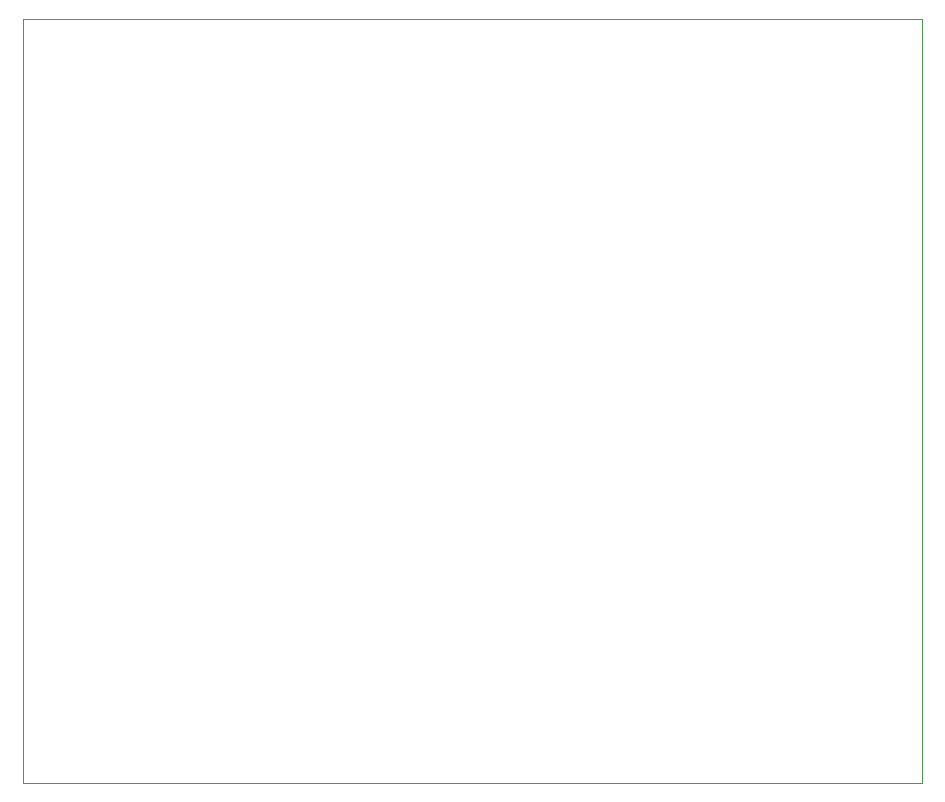
<source format=gbr>
%TF.GenerationSoftware,KiCad,Pcbnew,(5.1.9-0-10_14)*%
%TF.CreationDate,2021-04-21T09:15:21-04:00*%
%TF.ProjectId,COUNTER,434f554e-5445-4522-9e6b-696361645f70,rev?*%
%TF.SameCoordinates,Original*%
%TF.FileFunction,Profile,NP*%
%FSLAX46Y46*%
G04 Gerber Fmt 4.6, Leading zero omitted, Abs format (unit mm)*
G04 Created by KiCad (PCBNEW (5.1.9-0-10_14)) date 2021-04-21 09:15:21*
%MOMM*%
%LPD*%
G01*
G04 APERTURE LIST*
%TA.AperFunction,Profile*%
%ADD10C,0.050000*%
%TD*%
G04 APERTURE END LIST*
D10*
X71501000Y-93726000D02*
X71628000Y-93726000D01*
X71501000Y-29083000D02*
X71501000Y-93726000D01*
X147637500Y-93726000D02*
X71628000Y-93726000D01*
X147637500Y-29083000D02*
X147637500Y-93726000D01*
X71501000Y-29083000D02*
X147637500Y-29083000D01*
M02*

</source>
